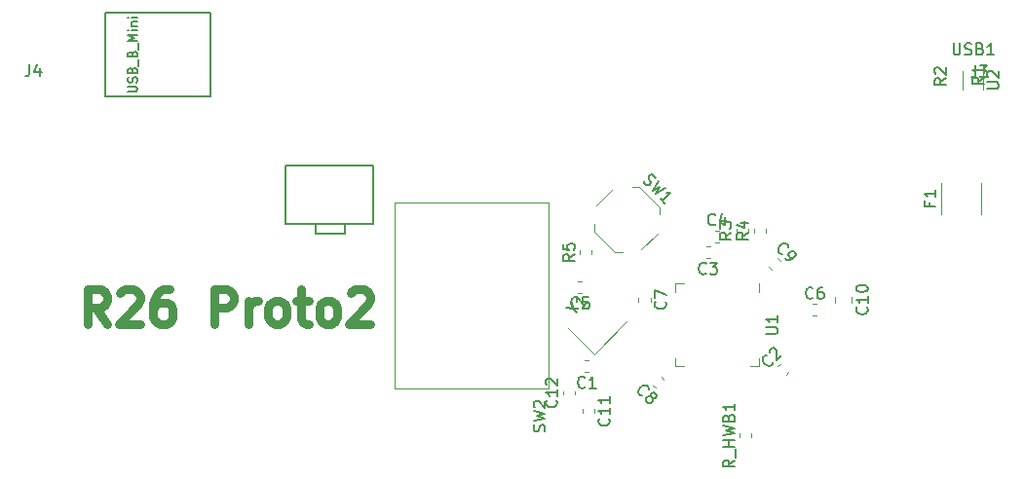
<source format=gbr>
%TF.GenerationSoftware,KiCad,Pcbnew,(5.1.6)-1*%
%TF.CreationDate,2022-02-24T21:40:28-06:00*%
%TF.ProjectId,Pikatea R26 PCB,50696b61-7465-4612-9052-323620504342,rev?*%
%TF.SameCoordinates,Original*%
%TF.FileFunction,Legend,Top*%
%TF.FilePolarity,Positive*%
%FSLAX46Y46*%
G04 Gerber Fmt 4.6, Leading zero omitted, Abs format (unit mm)*
G04 Created by KiCad (PCBNEW (5.1.6)-1) date 2022-02-24 21:40:28*
%MOMM*%
%LPD*%
G01*
G04 APERTURE LIST*
%ADD10C,0.750000*%
%ADD11C,0.120000*%
%ADD12C,0.203200*%
%ADD13C,0.200000*%
%ADD14C,0.150000*%
G04 APERTURE END LIST*
D10*
X99700000Y-112607142D02*
X98700000Y-111178571D01*
X97985714Y-112607142D02*
X97985714Y-109607142D01*
X99128571Y-109607142D01*
X99414285Y-109750000D01*
X99557142Y-109892857D01*
X99700000Y-110178571D01*
X99700000Y-110607142D01*
X99557142Y-110892857D01*
X99414285Y-111035714D01*
X99128571Y-111178571D01*
X97985714Y-111178571D01*
X100842857Y-109892857D02*
X100985714Y-109750000D01*
X101271428Y-109607142D01*
X101985714Y-109607142D01*
X102271428Y-109750000D01*
X102414285Y-109892857D01*
X102557142Y-110178571D01*
X102557142Y-110464285D01*
X102414285Y-110892857D01*
X100700000Y-112607142D01*
X102557142Y-112607142D01*
X105128571Y-109607142D02*
X104557142Y-109607142D01*
X104271428Y-109750000D01*
X104128571Y-109892857D01*
X103842857Y-110321428D01*
X103700000Y-110892857D01*
X103700000Y-112035714D01*
X103842857Y-112321428D01*
X103985714Y-112464285D01*
X104271428Y-112607142D01*
X104842857Y-112607142D01*
X105128571Y-112464285D01*
X105271428Y-112321428D01*
X105414285Y-112035714D01*
X105414285Y-111321428D01*
X105271428Y-111035714D01*
X105128571Y-110892857D01*
X104842857Y-110750000D01*
X104271428Y-110750000D01*
X103985714Y-110892857D01*
X103842857Y-111035714D01*
X103700000Y-111321428D01*
X108985714Y-112607142D02*
X108985714Y-109607142D01*
X110128571Y-109607142D01*
X110414285Y-109750000D01*
X110557142Y-109892857D01*
X110700000Y-110178571D01*
X110700000Y-110607142D01*
X110557142Y-110892857D01*
X110414285Y-111035714D01*
X110128571Y-111178571D01*
X108985714Y-111178571D01*
X111985714Y-112607142D02*
X111985714Y-110607142D01*
X111985714Y-111178571D02*
X112128571Y-110892857D01*
X112271428Y-110750000D01*
X112557142Y-110607142D01*
X112842857Y-110607142D01*
X114271428Y-112607142D02*
X113985714Y-112464285D01*
X113842857Y-112321428D01*
X113700000Y-112035714D01*
X113700000Y-111178571D01*
X113842857Y-110892857D01*
X113985714Y-110750000D01*
X114271428Y-110607142D01*
X114700000Y-110607142D01*
X114985714Y-110750000D01*
X115128571Y-110892857D01*
X115271428Y-111178571D01*
X115271428Y-112035714D01*
X115128571Y-112321428D01*
X114985714Y-112464285D01*
X114700000Y-112607142D01*
X114271428Y-112607142D01*
X116128571Y-110607142D02*
X117271428Y-110607142D01*
X116557142Y-109607142D02*
X116557142Y-112178571D01*
X116700000Y-112464285D01*
X116985714Y-112607142D01*
X117271428Y-112607142D01*
X118699999Y-112607142D02*
X118414285Y-112464285D01*
X118271428Y-112321428D01*
X118128571Y-112035714D01*
X118128571Y-111178571D01*
X118271428Y-110892857D01*
X118414285Y-110750000D01*
X118699999Y-110607142D01*
X119128571Y-110607142D01*
X119414285Y-110750000D01*
X119557142Y-110892857D01*
X119699999Y-111178571D01*
X119699999Y-112035714D01*
X119557142Y-112321428D01*
X119414285Y-112464285D01*
X119128571Y-112607142D01*
X118699999Y-112607142D01*
X120842857Y-109892857D02*
X120985714Y-109750000D01*
X121271428Y-109607142D01*
X121985714Y-109607142D01*
X122271428Y-109750000D01*
X122414285Y-109892857D01*
X122557142Y-110178571D01*
X122557142Y-110464285D01*
X122414285Y-110892857D01*
X120699999Y-112607142D01*
X122557142Y-112607142D01*
D11*
%TO.C,U2*%
X174062500Y-90600000D02*
X174062500Y-92200000D01*
X175862500Y-92200000D02*
X175862500Y-90300000D01*
D12*
%TO.C,J1*%
X115240000Y-103940000D02*
X115240000Y-98860000D01*
X122860000Y-98860000D02*
X122860000Y-103940000D01*
X115240000Y-98860000D02*
X122860000Y-98860000D01*
X122860000Y-103940000D02*
X115240000Y-103940000D01*
D13*
X120350000Y-104750000D02*
X120350000Y-103950000D01*
X117800000Y-104750000D02*
X120350000Y-104750000D01*
X117800000Y-103950000D02*
X117800000Y-104750000D01*
D11*
%TO.C,SW1*%
X145960660Y-100671573D02*
X147728427Y-102439340D01*
X143662563Y-100848350D02*
X142248350Y-102262563D01*
X142071573Y-104560660D02*
X143839340Y-106328427D01*
X147551650Y-104737437D02*
X146137437Y-106151650D01*
X145324264Y-100671573D02*
X145960660Y-100671573D01*
X147728427Y-103075736D02*
X147728427Y-102439340D01*
X144475736Y-106328427D02*
X143839340Y-106328427D01*
X142071573Y-103924264D02*
X142071573Y-104560660D01*
%TO.C,R5*%
X141810000Y-106550279D02*
X141810000Y-106224721D01*
X140790000Y-106550279D02*
X140790000Y-106224721D01*
D13*
%TO.C,J2*%
X108700000Y-85550000D02*
X99500000Y-85550000D01*
X108700000Y-92850000D02*
X108700000Y-85550000D01*
X99500000Y-92850000D02*
X108700000Y-92850000D01*
X99500000Y-85550000D02*
X99500000Y-92850000D01*
D11*
%TO.C,Y1*%
X142017157Y-115245584D02*
X144845584Y-112417157D01*
X139754416Y-112982843D02*
X142017157Y-115245584D01*
%TO.C,U1*%
X156310000Y-115585000D02*
X156310000Y-116310000D01*
X156310000Y-116310000D02*
X155585000Y-116310000D01*
X149090000Y-109815000D02*
X149090000Y-109090000D01*
X149090000Y-109090000D02*
X149815000Y-109090000D01*
X149090000Y-115585000D02*
X149090000Y-116310000D01*
X149090000Y-116310000D02*
X149815000Y-116310000D01*
X156310000Y-109815000D02*
X156310000Y-109090000D01*
%TO.C,SW2*%
X138100000Y-118225000D02*
X124700000Y-118225000D01*
X138100000Y-102025000D02*
X124700000Y-102025000D01*
X124700000Y-118225000D02*
X124700000Y-102025000D01*
X138100000Y-102025000D02*
X138100000Y-118225000D01*
%TO.C,R_HWB1*%
X155710000Y-122475279D02*
X155710000Y-122149721D01*
X154690000Y-122475279D02*
X154690000Y-122149721D01*
%TO.C,R4*%
X156910000Y-104650279D02*
X156910000Y-104324721D01*
X155890000Y-104650279D02*
X155890000Y-104324721D01*
%TO.C,R3*%
X155410000Y-104650279D02*
X155410000Y-104324721D01*
X154390000Y-104650279D02*
X154390000Y-104324721D01*
%TO.C,F1*%
X175610000Y-103086252D02*
X175610000Y-100313748D01*
X172190000Y-103086252D02*
X172190000Y-100313748D01*
%TO.C,C12*%
X140310000Y-118762779D02*
X140310000Y-118437221D01*
X139290000Y-118762779D02*
X139290000Y-118437221D01*
%TO.C,C11*%
X140990000Y-120037221D02*
X140990000Y-120362779D01*
X142010000Y-120037221D02*
X142010000Y-120362779D01*
%TO.C,C10*%
X162990000Y-110241422D02*
X162990000Y-110758578D01*
X164410000Y-110241422D02*
X164410000Y-110758578D01*
%TO.C,C9*%
X157224273Y-107633022D02*
X157454478Y-107863227D01*
X157945522Y-106911773D02*
X158175727Y-107141978D01*
%TO.C,C8*%
X148075727Y-117454478D02*
X147845522Y-117224273D01*
X147354478Y-118175727D02*
X147124273Y-117945522D01*
%TO.C,C7*%
X145890000Y-110337221D02*
X145890000Y-110662779D01*
X146910000Y-110337221D02*
X146910000Y-110662779D01*
%TO.C,C6*%
X161037221Y-111910000D02*
X161362779Y-111910000D01*
X161037221Y-110890000D02*
X161362779Y-110890000D01*
%TO.C,C5*%
X140962779Y-108890000D02*
X140637221Y-108890000D01*
X140962779Y-109910000D02*
X140637221Y-109910000D01*
%TO.C,C4*%
X152549721Y-105510000D02*
X152875279Y-105510000D01*
X152549721Y-104490000D02*
X152875279Y-104490000D01*
%TO.C,C3*%
X152075279Y-105890000D02*
X151749721Y-105890000D01*
X152075279Y-106910000D02*
X151749721Y-106910000D01*
%TO.C,C2*%
X158688675Y-117032574D02*
X158918880Y-116802369D01*
X157967426Y-116311325D02*
X158197631Y-116081120D01*
%TO.C,C1*%
X141550279Y-115790000D02*
X141224721Y-115790000D01*
X141550279Y-116810000D02*
X141224721Y-116810000D01*
%TO.C,USB1*%
D14*
X173241904Y-88202380D02*
X173241904Y-89011904D01*
X173289523Y-89107142D01*
X173337142Y-89154761D01*
X173432380Y-89202380D01*
X173622857Y-89202380D01*
X173718095Y-89154761D01*
X173765714Y-89107142D01*
X173813333Y-89011904D01*
X173813333Y-88202380D01*
X174241904Y-89154761D02*
X174384761Y-89202380D01*
X174622857Y-89202380D01*
X174718095Y-89154761D01*
X174765714Y-89107142D01*
X174813333Y-89011904D01*
X174813333Y-88916666D01*
X174765714Y-88821428D01*
X174718095Y-88773809D01*
X174622857Y-88726190D01*
X174432380Y-88678571D01*
X174337142Y-88630952D01*
X174289523Y-88583333D01*
X174241904Y-88488095D01*
X174241904Y-88392857D01*
X174289523Y-88297619D01*
X174337142Y-88250000D01*
X174432380Y-88202380D01*
X174670476Y-88202380D01*
X174813333Y-88250000D01*
X175575238Y-88678571D02*
X175718095Y-88726190D01*
X175765714Y-88773809D01*
X175813333Y-88869047D01*
X175813333Y-89011904D01*
X175765714Y-89107142D01*
X175718095Y-89154761D01*
X175622857Y-89202380D01*
X175241904Y-89202380D01*
X175241904Y-88202380D01*
X175575238Y-88202380D01*
X175670476Y-88250000D01*
X175718095Y-88297619D01*
X175765714Y-88392857D01*
X175765714Y-88488095D01*
X175718095Y-88583333D01*
X175670476Y-88630952D01*
X175575238Y-88678571D01*
X175241904Y-88678571D01*
X176765714Y-89202380D02*
X176194285Y-89202380D01*
X176480000Y-89202380D02*
X176480000Y-88202380D01*
X176384761Y-88345238D01*
X176289523Y-88440476D01*
X176194285Y-88488095D01*
%TO.C,U2*%
X176164880Y-92161904D02*
X176974404Y-92161904D01*
X177069642Y-92114285D01*
X177117261Y-92066666D01*
X177164880Y-91971428D01*
X177164880Y-91780952D01*
X177117261Y-91685714D01*
X177069642Y-91638095D01*
X176974404Y-91590476D01*
X176164880Y-91590476D01*
X176260119Y-91161904D02*
X176212500Y-91114285D01*
X176164880Y-91019047D01*
X176164880Y-90780952D01*
X176212500Y-90685714D01*
X176260119Y-90638095D01*
X176355357Y-90590476D01*
X176450595Y-90590476D01*
X176593452Y-90638095D01*
X177164880Y-91209523D01*
X177164880Y-90590476D01*
%TO.C,R2*%
X172582380Y-91251666D02*
X172106190Y-91585000D01*
X172582380Y-91823095D02*
X171582380Y-91823095D01*
X171582380Y-91442142D01*
X171630000Y-91346904D01*
X171677619Y-91299285D01*
X171772857Y-91251666D01*
X171915714Y-91251666D01*
X172010952Y-91299285D01*
X172058571Y-91346904D01*
X172106190Y-91442142D01*
X172106190Y-91823095D01*
X171677619Y-90870714D02*
X171630000Y-90823095D01*
X171582380Y-90727857D01*
X171582380Y-90489761D01*
X171630000Y-90394523D01*
X171677619Y-90346904D01*
X171772857Y-90299285D01*
X171868095Y-90299285D01*
X172010952Y-90346904D01*
X172582380Y-90918333D01*
X172582380Y-90299285D01*
%TO.C,R1*%
X175882380Y-91181666D02*
X175406190Y-91515000D01*
X175882380Y-91753095D02*
X174882380Y-91753095D01*
X174882380Y-91372142D01*
X174930000Y-91276904D01*
X174977619Y-91229285D01*
X175072857Y-91181666D01*
X175215714Y-91181666D01*
X175310952Y-91229285D01*
X175358571Y-91276904D01*
X175406190Y-91372142D01*
X175406190Y-91753095D01*
X175882380Y-90229285D02*
X175882380Y-90800714D01*
X175882380Y-90515000D02*
X174882380Y-90515000D01*
X175025238Y-90610238D01*
X175120476Y-90705476D01*
X175168095Y-90800714D01*
%TO.C,J4*%
X92966666Y-90052380D02*
X92966666Y-90766666D01*
X92919047Y-90909523D01*
X92823809Y-91004761D01*
X92680952Y-91052380D01*
X92585714Y-91052380D01*
X93871428Y-90385714D02*
X93871428Y-91052380D01*
X93633333Y-90004761D02*
X93395238Y-90719047D01*
X94014285Y-90719047D01*
%TO.C,J3*%
X175166666Y-90152380D02*
X175166666Y-90866666D01*
X175119047Y-91009523D01*
X175023809Y-91104761D01*
X174880952Y-91152380D01*
X174785714Y-91152380D01*
X175547619Y-90152380D02*
X176166666Y-90152380D01*
X175833333Y-90533333D01*
X175976190Y-90533333D01*
X176071428Y-90580952D01*
X176119047Y-90628571D01*
X176166666Y-90723809D01*
X176166666Y-90961904D01*
X176119047Y-91057142D01*
X176071428Y-91104761D01*
X175976190Y-91152380D01*
X175690476Y-91152380D01*
X175595238Y-91104761D01*
X175547619Y-91057142D01*
%TO.C,SW1*%
X146322631Y-100191750D02*
X146389974Y-100326437D01*
X146558333Y-100494796D01*
X146659348Y-100528468D01*
X146726692Y-100528468D01*
X146827707Y-100494796D01*
X146895050Y-100427453D01*
X146928722Y-100326437D01*
X146928722Y-100259094D01*
X146895050Y-100158079D01*
X146794035Y-99989720D01*
X146760363Y-99888705D01*
X146760363Y-99821361D01*
X146794035Y-99720346D01*
X146861379Y-99653002D01*
X146962394Y-99619331D01*
X147029737Y-99619331D01*
X147130753Y-99653002D01*
X147299111Y-99821361D01*
X147366455Y-99956048D01*
X147635829Y-100158079D02*
X147097081Y-101033544D01*
X147736844Y-100663155D01*
X147366455Y-101302918D01*
X148241920Y-100764170D01*
X148174577Y-102111040D02*
X147770516Y-101706979D01*
X147972546Y-101909010D02*
X148679653Y-101201903D01*
X148511294Y-101235575D01*
X148376607Y-101235575D01*
X148275592Y-101201903D01*
%TO.C,R5*%
X140322380Y-106554166D02*
X139846190Y-106887500D01*
X140322380Y-107125595D02*
X139322380Y-107125595D01*
X139322380Y-106744642D01*
X139370000Y-106649404D01*
X139417619Y-106601785D01*
X139512857Y-106554166D01*
X139655714Y-106554166D01*
X139750952Y-106601785D01*
X139798571Y-106649404D01*
X139846190Y-106744642D01*
X139846190Y-107125595D01*
X139322380Y-105649404D02*
X139322380Y-106125595D01*
X139798571Y-106173214D01*
X139750952Y-106125595D01*
X139703333Y-106030357D01*
X139703333Y-105792261D01*
X139750952Y-105697023D01*
X139798571Y-105649404D01*
X139893809Y-105601785D01*
X140131904Y-105601785D01*
X140227142Y-105649404D01*
X140274761Y-105697023D01*
X140322380Y-105792261D01*
X140322380Y-106030357D01*
X140274761Y-106125595D01*
X140227142Y-106173214D01*
%TO.C,J2*%
X101521904Y-92399047D02*
X102169523Y-92399047D01*
X102245714Y-92360952D01*
X102283809Y-92322857D01*
X102321904Y-92246666D01*
X102321904Y-92094285D01*
X102283809Y-92018095D01*
X102245714Y-91980000D01*
X102169523Y-91941904D01*
X101521904Y-91941904D01*
X102283809Y-91599047D02*
X102321904Y-91484761D01*
X102321904Y-91294285D01*
X102283809Y-91218095D01*
X102245714Y-91180000D01*
X102169523Y-91141904D01*
X102093333Y-91141904D01*
X102017142Y-91180000D01*
X101979047Y-91218095D01*
X101940952Y-91294285D01*
X101902857Y-91446666D01*
X101864761Y-91522857D01*
X101826666Y-91560952D01*
X101750476Y-91599047D01*
X101674285Y-91599047D01*
X101598095Y-91560952D01*
X101560000Y-91522857D01*
X101521904Y-91446666D01*
X101521904Y-91256190D01*
X101560000Y-91141904D01*
X101902857Y-90532380D02*
X101940952Y-90418095D01*
X101979047Y-90380000D01*
X102055238Y-90341904D01*
X102169523Y-90341904D01*
X102245714Y-90380000D01*
X102283809Y-90418095D01*
X102321904Y-90494285D01*
X102321904Y-90799047D01*
X101521904Y-90799047D01*
X101521904Y-90532380D01*
X101560000Y-90456190D01*
X101598095Y-90418095D01*
X101674285Y-90380000D01*
X101750476Y-90380000D01*
X101826666Y-90418095D01*
X101864761Y-90456190D01*
X101902857Y-90532380D01*
X101902857Y-90799047D01*
X102398095Y-90189523D02*
X102398095Y-89580000D01*
X101902857Y-89122857D02*
X101940952Y-89008571D01*
X101979047Y-88970476D01*
X102055238Y-88932380D01*
X102169523Y-88932380D01*
X102245714Y-88970476D01*
X102283809Y-89008571D01*
X102321904Y-89084761D01*
X102321904Y-89389523D01*
X101521904Y-89389523D01*
X101521904Y-89122857D01*
X101560000Y-89046666D01*
X101598095Y-89008571D01*
X101674285Y-88970476D01*
X101750476Y-88970476D01*
X101826666Y-89008571D01*
X101864761Y-89046666D01*
X101902857Y-89122857D01*
X101902857Y-89389523D01*
X102398095Y-88780000D02*
X102398095Y-88170476D01*
X102321904Y-87980000D02*
X101521904Y-87980000D01*
X102093333Y-87713333D01*
X101521904Y-87446666D01*
X102321904Y-87446666D01*
X102321904Y-87065714D02*
X101788571Y-87065714D01*
X101521904Y-87065714D02*
X101560000Y-87103809D01*
X101598095Y-87065714D01*
X101560000Y-87027619D01*
X101521904Y-87065714D01*
X101598095Y-87065714D01*
X101788571Y-86684761D02*
X102321904Y-86684761D01*
X101864761Y-86684761D02*
X101826666Y-86646666D01*
X101788571Y-86570476D01*
X101788571Y-86456190D01*
X101826666Y-86380000D01*
X101902857Y-86341904D01*
X102321904Y-86341904D01*
X102321904Y-85960952D02*
X101788571Y-85960952D01*
X101521904Y-85960952D02*
X101560000Y-85999047D01*
X101598095Y-85960952D01*
X101560000Y-85922857D01*
X101521904Y-85960952D01*
X101598095Y-85960952D01*
%TO.C,Y1*%
X140214034Y-111287469D02*
X140550752Y-111624187D01*
X139607943Y-111152782D02*
X140214034Y-111287469D01*
X140079347Y-110681378D01*
X141392545Y-110782393D02*
X140988484Y-111186454D01*
X141190515Y-110984423D02*
X140483408Y-110277317D01*
X140517080Y-110445675D01*
X140517080Y-110580362D01*
X140483408Y-110681378D01*
%TO.C,U1*%
X156972380Y-113461904D02*
X157781904Y-113461904D01*
X157877142Y-113414285D01*
X157924761Y-113366666D01*
X157972380Y-113271428D01*
X157972380Y-113080952D01*
X157924761Y-112985714D01*
X157877142Y-112938095D01*
X157781904Y-112890476D01*
X156972380Y-112890476D01*
X157972380Y-111890476D02*
X157972380Y-112461904D01*
X157972380Y-112176190D02*
X156972380Y-112176190D01*
X157115238Y-112271428D01*
X157210476Y-112366666D01*
X157258095Y-112461904D01*
%TO.C,SW2*%
X137704761Y-121958333D02*
X137752380Y-121815476D01*
X137752380Y-121577380D01*
X137704761Y-121482142D01*
X137657142Y-121434523D01*
X137561904Y-121386904D01*
X137466666Y-121386904D01*
X137371428Y-121434523D01*
X137323809Y-121482142D01*
X137276190Y-121577380D01*
X137228571Y-121767857D01*
X137180952Y-121863095D01*
X137133333Y-121910714D01*
X137038095Y-121958333D01*
X136942857Y-121958333D01*
X136847619Y-121910714D01*
X136800000Y-121863095D01*
X136752380Y-121767857D01*
X136752380Y-121529761D01*
X136800000Y-121386904D01*
X136752380Y-121053571D02*
X137752380Y-120815476D01*
X137038095Y-120625000D01*
X137752380Y-120434523D01*
X136752380Y-120196428D01*
X136847619Y-119863095D02*
X136800000Y-119815476D01*
X136752380Y-119720238D01*
X136752380Y-119482142D01*
X136800000Y-119386904D01*
X136847619Y-119339285D01*
X136942857Y-119291666D01*
X137038095Y-119291666D01*
X137180952Y-119339285D01*
X137752380Y-119910714D01*
X137752380Y-119291666D01*
%TO.C,R_HWB1*%
X154222380Y-124455357D02*
X153746190Y-124788690D01*
X154222380Y-125026785D02*
X153222380Y-125026785D01*
X153222380Y-124645833D01*
X153270000Y-124550595D01*
X153317619Y-124502976D01*
X153412857Y-124455357D01*
X153555714Y-124455357D01*
X153650952Y-124502976D01*
X153698571Y-124550595D01*
X153746190Y-124645833D01*
X153746190Y-125026785D01*
X154317619Y-124264880D02*
X154317619Y-123502976D01*
X154222380Y-123264880D02*
X153222380Y-123264880D01*
X153698571Y-123264880D02*
X153698571Y-122693452D01*
X154222380Y-122693452D02*
X153222380Y-122693452D01*
X153222380Y-122312500D02*
X154222380Y-122074404D01*
X153508095Y-121883928D01*
X154222380Y-121693452D01*
X153222380Y-121455357D01*
X153698571Y-120741071D02*
X153746190Y-120598214D01*
X153793809Y-120550595D01*
X153889047Y-120502976D01*
X154031904Y-120502976D01*
X154127142Y-120550595D01*
X154174761Y-120598214D01*
X154222380Y-120693452D01*
X154222380Y-121074404D01*
X153222380Y-121074404D01*
X153222380Y-120741071D01*
X153270000Y-120645833D01*
X153317619Y-120598214D01*
X153412857Y-120550595D01*
X153508095Y-120550595D01*
X153603333Y-120598214D01*
X153650952Y-120645833D01*
X153698571Y-120741071D01*
X153698571Y-121074404D01*
X154222380Y-119550595D02*
X154222380Y-120122023D01*
X154222380Y-119836309D02*
X153222380Y-119836309D01*
X153365238Y-119931547D01*
X153460476Y-120026785D01*
X153508095Y-120122023D01*
%TO.C,R4*%
X155422380Y-104654166D02*
X154946190Y-104987500D01*
X155422380Y-105225595D02*
X154422380Y-105225595D01*
X154422380Y-104844642D01*
X154470000Y-104749404D01*
X154517619Y-104701785D01*
X154612857Y-104654166D01*
X154755714Y-104654166D01*
X154850952Y-104701785D01*
X154898571Y-104749404D01*
X154946190Y-104844642D01*
X154946190Y-105225595D01*
X154755714Y-103797023D02*
X155422380Y-103797023D01*
X154374761Y-104035119D02*
X155089047Y-104273214D01*
X155089047Y-103654166D01*
%TO.C,R3*%
X153922380Y-104654166D02*
X153446190Y-104987500D01*
X153922380Y-105225595D02*
X152922380Y-105225595D01*
X152922380Y-104844642D01*
X152970000Y-104749404D01*
X153017619Y-104701785D01*
X153112857Y-104654166D01*
X153255714Y-104654166D01*
X153350952Y-104701785D01*
X153398571Y-104749404D01*
X153446190Y-104844642D01*
X153446190Y-105225595D01*
X152922380Y-104320833D02*
X152922380Y-103701785D01*
X153303333Y-104035119D01*
X153303333Y-103892261D01*
X153350952Y-103797023D01*
X153398571Y-103749404D01*
X153493809Y-103701785D01*
X153731904Y-103701785D01*
X153827142Y-103749404D01*
X153874761Y-103797023D01*
X153922380Y-103892261D01*
X153922380Y-104177976D01*
X153874761Y-104273214D01*
X153827142Y-104320833D01*
%TO.C,F1*%
X171178571Y-102033333D02*
X171178571Y-102366666D01*
X171702380Y-102366666D02*
X170702380Y-102366666D01*
X170702380Y-101890476D01*
X171702380Y-100985714D02*
X171702380Y-101557142D01*
X171702380Y-101271428D02*
X170702380Y-101271428D01*
X170845238Y-101366666D01*
X170940476Y-101461904D01*
X170988095Y-101557142D01*
%TO.C,C12*%
X138727142Y-119242857D02*
X138774761Y-119290476D01*
X138822380Y-119433333D01*
X138822380Y-119528571D01*
X138774761Y-119671428D01*
X138679523Y-119766666D01*
X138584285Y-119814285D01*
X138393809Y-119861904D01*
X138250952Y-119861904D01*
X138060476Y-119814285D01*
X137965238Y-119766666D01*
X137870000Y-119671428D01*
X137822380Y-119528571D01*
X137822380Y-119433333D01*
X137870000Y-119290476D01*
X137917619Y-119242857D01*
X138822380Y-118290476D02*
X138822380Y-118861904D01*
X138822380Y-118576190D02*
X137822380Y-118576190D01*
X137965238Y-118671428D01*
X138060476Y-118766666D01*
X138108095Y-118861904D01*
X137917619Y-117909523D02*
X137870000Y-117861904D01*
X137822380Y-117766666D01*
X137822380Y-117528571D01*
X137870000Y-117433333D01*
X137917619Y-117385714D01*
X138012857Y-117338095D01*
X138108095Y-117338095D01*
X138250952Y-117385714D01*
X138822380Y-117957142D01*
X138822380Y-117338095D01*
%TO.C,C11*%
X143287142Y-120842857D02*
X143334761Y-120890476D01*
X143382380Y-121033333D01*
X143382380Y-121128571D01*
X143334761Y-121271428D01*
X143239523Y-121366666D01*
X143144285Y-121414285D01*
X142953809Y-121461904D01*
X142810952Y-121461904D01*
X142620476Y-121414285D01*
X142525238Y-121366666D01*
X142430000Y-121271428D01*
X142382380Y-121128571D01*
X142382380Y-121033333D01*
X142430000Y-120890476D01*
X142477619Y-120842857D01*
X143382380Y-119890476D02*
X143382380Y-120461904D01*
X143382380Y-120176190D02*
X142382380Y-120176190D01*
X142525238Y-120271428D01*
X142620476Y-120366666D01*
X142668095Y-120461904D01*
X143382380Y-118938095D02*
X143382380Y-119509523D01*
X143382380Y-119223809D02*
X142382380Y-119223809D01*
X142525238Y-119319047D01*
X142620476Y-119414285D01*
X142668095Y-119509523D01*
%TO.C,C10*%
X165707142Y-111142857D02*
X165754761Y-111190476D01*
X165802380Y-111333333D01*
X165802380Y-111428571D01*
X165754761Y-111571428D01*
X165659523Y-111666666D01*
X165564285Y-111714285D01*
X165373809Y-111761904D01*
X165230952Y-111761904D01*
X165040476Y-111714285D01*
X164945238Y-111666666D01*
X164850000Y-111571428D01*
X164802380Y-111428571D01*
X164802380Y-111333333D01*
X164850000Y-111190476D01*
X164897619Y-111142857D01*
X165802380Y-110190476D02*
X165802380Y-110761904D01*
X165802380Y-110476190D02*
X164802380Y-110476190D01*
X164945238Y-110571428D01*
X165040476Y-110666666D01*
X165088095Y-110761904D01*
X164802380Y-109571428D02*
X164802380Y-109476190D01*
X164850000Y-109380952D01*
X164897619Y-109333333D01*
X164992857Y-109285714D01*
X165183333Y-109238095D01*
X165421428Y-109238095D01*
X165611904Y-109285714D01*
X165707142Y-109333333D01*
X165754761Y-109380952D01*
X165802380Y-109476190D01*
X165802380Y-109571428D01*
X165754761Y-109666666D01*
X165707142Y-109714285D01*
X165611904Y-109761904D01*
X165421428Y-109809523D01*
X165183333Y-109809523D01*
X164992857Y-109761904D01*
X164897619Y-109714285D01*
X164850000Y-109666666D01*
X164802380Y-109571428D01*
%TO.C,C9*%
X158340773Y-106511024D02*
X158273430Y-106511024D01*
X158138743Y-106443680D01*
X158071399Y-106376337D01*
X158004056Y-106241649D01*
X158004056Y-106106962D01*
X158037727Y-106005947D01*
X158138743Y-105837588D01*
X158239758Y-105736573D01*
X158408117Y-105635558D01*
X158509132Y-105601886D01*
X158643819Y-105601886D01*
X158778506Y-105669230D01*
X158845850Y-105736573D01*
X158913193Y-105871260D01*
X158913193Y-105938604D01*
X158610147Y-106915085D02*
X158744834Y-107049772D01*
X158845850Y-107083443D01*
X158913193Y-107083443D01*
X159081552Y-107049772D01*
X159249911Y-106948756D01*
X159519285Y-106679382D01*
X159552956Y-106578367D01*
X159552956Y-106511024D01*
X159519285Y-106410008D01*
X159384598Y-106275321D01*
X159283582Y-106241649D01*
X159216239Y-106241649D01*
X159115224Y-106275321D01*
X158946865Y-106443680D01*
X158913193Y-106544695D01*
X158913193Y-106612039D01*
X158946865Y-106713054D01*
X159081552Y-106847741D01*
X159182567Y-106881413D01*
X159249911Y-106881413D01*
X159350926Y-106847741D01*
%TO.C,C8*%
X146218447Y-118845850D02*
X146151104Y-118845850D01*
X146016417Y-118778506D01*
X145949073Y-118711163D01*
X145881730Y-118576475D01*
X145881730Y-118441788D01*
X145915401Y-118340773D01*
X146016417Y-118172414D01*
X146117432Y-118071399D01*
X146285791Y-117970384D01*
X146386806Y-117936712D01*
X146521493Y-117936712D01*
X146656180Y-118004056D01*
X146723524Y-118071399D01*
X146790867Y-118206086D01*
X146790867Y-118273430D01*
X146959226Y-118913193D02*
X146925554Y-118812178D01*
X146925554Y-118744834D01*
X146959226Y-118643819D01*
X146992898Y-118610147D01*
X147093913Y-118576475D01*
X147161256Y-118576475D01*
X147262272Y-118610147D01*
X147396959Y-118744834D01*
X147430630Y-118845850D01*
X147430630Y-118913193D01*
X147396959Y-119014208D01*
X147363287Y-119047880D01*
X147262272Y-119081552D01*
X147194928Y-119081552D01*
X147093913Y-119047880D01*
X146959226Y-118913193D01*
X146858211Y-118879521D01*
X146790867Y-118879521D01*
X146689852Y-118913193D01*
X146555165Y-119047880D01*
X146521493Y-119148895D01*
X146521493Y-119216239D01*
X146555165Y-119317254D01*
X146689852Y-119451941D01*
X146790867Y-119485613D01*
X146858211Y-119485613D01*
X146959226Y-119451941D01*
X147093913Y-119317254D01*
X147127585Y-119216239D01*
X147127585Y-119148895D01*
X147093913Y-119047880D01*
%TO.C,C7*%
X148187142Y-110666666D02*
X148234761Y-110714285D01*
X148282380Y-110857142D01*
X148282380Y-110952380D01*
X148234761Y-111095238D01*
X148139523Y-111190476D01*
X148044285Y-111238095D01*
X147853809Y-111285714D01*
X147710952Y-111285714D01*
X147520476Y-111238095D01*
X147425238Y-111190476D01*
X147330000Y-111095238D01*
X147282380Y-110952380D01*
X147282380Y-110857142D01*
X147330000Y-110714285D01*
X147377619Y-110666666D01*
X147282380Y-110333333D02*
X147282380Y-109666666D01*
X148282380Y-110095238D01*
%TO.C,C6*%
X161033333Y-110327142D02*
X160985714Y-110374761D01*
X160842857Y-110422380D01*
X160747619Y-110422380D01*
X160604761Y-110374761D01*
X160509523Y-110279523D01*
X160461904Y-110184285D01*
X160414285Y-109993809D01*
X160414285Y-109850952D01*
X160461904Y-109660476D01*
X160509523Y-109565238D01*
X160604761Y-109470000D01*
X160747619Y-109422380D01*
X160842857Y-109422380D01*
X160985714Y-109470000D01*
X161033333Y-109517619D01*
X161890476Y-109422380D02*
X161700000Y-109422380D01*
X161604761Y-109470000D01*
X161557142Y-109517619D01*
X161461904Y-109660476D01*
X161414285Y-109850952D01*
X161414285Y-110231904D01*
X161461904Y-110327142D01*
X161509523Y-110374761D01*
X161604761Y-110422380D01*
X161795238Y-110422380D01*
X161890476Y-110374761D01*
X161938095Y-110327142D01*
X161985714Y-110231904D01*
X161985714Y-109993809D01*
X161938095Y-109898571D01*
X161890476Y-109850952D01*
X161795238Y-109803333D01*
X161604761Y-109803333D01*
X161509523Y-109850952D01*
X161461904Y-109898571D01*
X161414285Y-109993809D01*
%TO.C,C5*%
X140633333Y-111187142D02*
X140585714Y-111234761D01*
X140442857Y-111282380D01*
X140347619Y-111282380D01*
X140204761Y-111234761D01*
X140109523Y-111139523D01*
X140061904Y-111044285D01*
X140014285Y-110853809D01*
X140014285Y-110710952D01*
X140061904Y-110520476D01*
X140109523Y-110425238D01*
X140204761Y-110330000D01*
X140347619Y-110282380D01*
X140442857Y-110282380D01*
X140585714Y-110330000D01*
X140633333Y-110377619D01*
X141538095Y-110282380D02*
X141061904Y-110282380D01*
X141014285Y-110758571D01*
X141061904Y-110710952D01*
X141157142Y-110663333D01*
X141395238Y-110663333D01*
X141490476Y-110710952D01*
X141538095Y-110758571D01*
X141585714Y-110853809D01*
X141585714Y-111091904D01*
X141538095Y-111187142D01*
X141490476Y-111234761D01*
X141395238Y-111282380D01*
X141157142Y-111282380D01*
X141061904Y-111234761D01*
X141014285Y-111187142D01*
%TO.C,C4*%
X152545833Y-103927142D02*
X152498214Y-103974761D01*
X152355357Y-104022380D01*
X152260119Y-104022380D01*
X152117261Y-103974761D01*
X152022023Y-103879523D01*
X151974404Y-103784285D01*
X151926785Y-103593809D01*
X151926785Y-103450952D01*
X151974404Y-103260476D01*
X152022023Y-103165238D01*
X152117261Y-103070000D01*
X152260119Y-103022380D01*
X152355357Y-103022380D01*
X152498214Y-103070000D01*
X152545833Y-103117619D01*
X153402976Y-103355714D02*
X153402976Y-104022380D01*
X153164880Y-102974761D02*
X152926785Y-103689047D01*
X153545833Y-103689047D01*
%TO.C,C3*%
X151745833Y-108187142D02*
X151698214Y-108234761D01*
X151555357Y-108282380D01*
X151460119Y-108282380D01*
X151317261Y-108234761D01*
X151222023Y-108139523D01*
X151174404Y-108044285D01*
X151126785Y-107853809D01*
X151126785Y-107710952D01*
X151174404Y-107520476D01*
X151222023Y-107425238D01*
X151317261Y-107330000D01*
X151460119Y-107282380D01*
X151555357Y-107282380D01*
X151698214Y-107330000D01*
X151745833Y-107377619D01*
X152079166Y-107282380D02*
X152698214Y-107282380D01*
X152364880Y-107663333D01*
X152507738Y-107663333D01*
X152602976Y-107710952D01*
X152650595Y-107758571D01*
X152698214Y-107853809D01*
X152698214Y-108091904D01*
X152650595Y-108187142D01*
X152602976Y-108234761D01*
X152507738Y-108282380D01*
X152222023Y-108282380D01*
X152126785Y-108234761D01*
X152079166Y-108187142D01*
%TO.C,C2*%
X157566677Y-115916073D02*
X157566677Y-115983416D01*
X157499333Y-116118103D01*
X157431990Y-116185447D01*
X157297302Y-116252790D01*
X157162615Y-116252790D01*
X157061600Y-116219119D01*
X156893241Y-116118103D01*
X156792226Y-116017088D01*
X156691211Y-115848729D01*
X156657539Y-115747714D01*
X156657539Y-115613027D01*
X156724883Y-115478340D01*
X156792226Y-115410996D01*
X156926913Y-115343653D01*
X156994257Y-115343653D01*
X157263631Y-115074279D02*
X157263631Y-115006935D01*
X157297302Y-114905920D01*
X157465661Y-114737561D01*
X157566677Y-114703890D01*
X157634020Y-114703890D01*
X157735035Y-114737561D01*
X157802379Y-114804905D01*
X157869722Y-114939592D01*
X157869722Y-115747714D01*
X158307455Y-115309981D01*
%TO.C,C1*%
X141220833Y-118087142D02*
X141173214Y-118134761D01*
X141030357Y-118182380D01*
X140935119Y-118182380D01*
X140792261Y-118134761D01*
X140697023Y-118039523D01*
X140649404Y-117944285D01*
X140601785Y-117753809D01*
X140601785Y-117610952D01*
X140649404Y-117420476D01*
X140697023Y-117325238D01*
X140792261Y-117230000D01*
X140935119Y-117182380D01*
X141030357Y-117182380D01*
X141173214Y-117230000D01*
X141220833Y-117277619D01*
X142173214Y-118182380D02*
X141601785Y-118182380D01*
X141887500Y-118182380D02*
X141887500Y-117182380D01*
X141792261Y-117325238D01*
X141697023Y-117420476D01*
X141601785Y-117468095D01*
%TD*%
M02*

</source>
